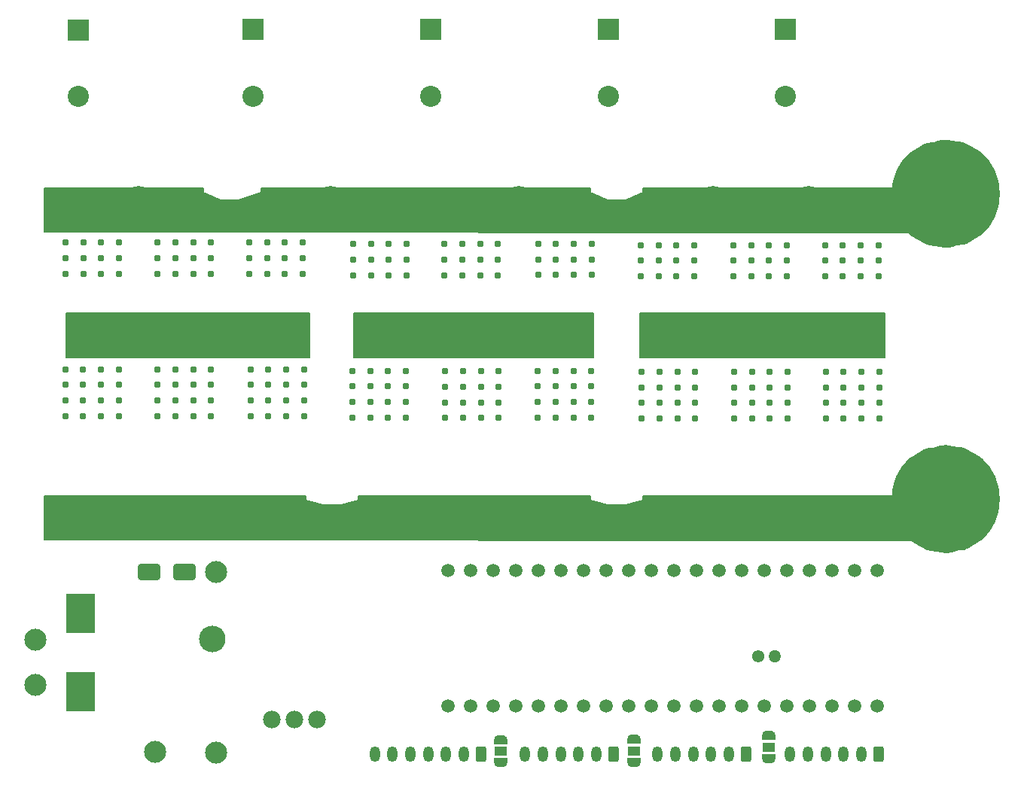
<source format=gbr>
%TF.GenerationSoftware,KiCad,Pcbnew,7.0.1-0*%
%TF.CreationDate,2023-10-26T13:37:29-04:00*%
%TF.ProjectId,MP2_DFN,4d50325f-4446-44e2-9e6b-696361645f70,rev?*%
%TF.SameCoordinates,Original*%
%TF.FileFunction,Soldermask,Bot*%
%TF.FilePolarity,Negative*%
%FSLAX46Y46*%
G04 Gerber Fmt 4.6, Leading zero omitted, Abs format (unit mm)*
G04 Created by KiCad (PCBNEW 7.0.1-0) date 2023-10-26 13:37:29*
%MOMM*%
%LPD*%
G01*
G04 APERTURE LIST*
G04 Aperture macros list*
%AMRoundRect*
0 Rectangle with rounded corners*
0 $1 Rounding radius*
0 $2 $3 $4 $5 $6 $7 $8 $9 X,Y pos of 4 corners*
0 Add a 4 corners polygon primitive as box body*
4,1,4,$2,$3,$4,$5,$6,$7,$8,$9,$2,$3,0*
0 Add four circle primitives for the rounded corners*
1,1,$1+$1,$2,$3*
1,1,$1+$1,$4,$5*
1,1,$1+$1,$6,$7*
1,1,$1+$1,$8,$9*
0 Add four rect primitives between the rounded corners*
20,1,$1+$1,$2,$3,$4,$5,0*
20,1,$1+$1,$4,$5,$6,$7,0*
20,1,$1+$1,$6,$7,$8,$9,0*
20,1,$1+$1,$8,$9,$2,$3,0*%
%AMFreePoly0*
4,1,21,0.540000,-0.740000,0.007966,-0.740000,0.007071,-0.737840,0.000000,-0.734911,-0.069719,-0.734911,-0.203510,-0.695626,-0.320814,-0.620239,-0.412128,-0.514857,-0.470052,-0.388020,-0.490000,-0.249286,-0.490000,0.249286,-0.470052,0.388020,-0.412128,0.514857,-0.320814,0.620239,-0.203510,0.695626,-0.069719,0.734911,0.000000,0.734911,0.007071,0.737840,0.007966,0.740000,0.540000,0.740000,
0.540000,-0.740000,0.540000,-0.740000,$1*%
%AMFreePoly1*
4,1,21,-0.007071,0.737840,0.000000,0.734911,0.069719,0.734911,0.203510,0.695626,0.320814,0.620239,0.412128,0.514857,0.470052,0.388020,0.490000,0.249286,0.490000,-0.249286,0.470052,-0.388020,0.412128,-0.514857,0.320814,-0.620239,0.203510,-0.695626,0.069719,-0.734911,0.000000,-0.734911,-0.007071,-0.737840,-0.007966,-0.740000,-0.540000,-0.740000,-0.540000,0.740000,-0.007966,0.740000,
-0.007071,0.737840,-0.007071,0.737840,$1*%
G04 Aperture macros list end*
%ADD10C,0.150000*%
%ADD11C,5.050000*%
%ADD12C,6.078332*%
%ADD13C,3.180000*%
%ADD14C,0.780000*%
%ADD15RoundRect,0.240000X0.350000X0.625000X-0.350000X0.625000X-0.350000X-0.625000X0.350000X-0.625000X0*%
%ADD16O,1.180000X1.730000*%
%ADD17C,2.980000*%
%ADD18C,1.504000*%
%ADD19C,1.380000*%
%ADD20O,1.380000X1.380000*%
%ADD21C,2.480000*%
%ADD22FreePoly0,90.000000*%
%ADD23R,1.480000X0.980000*%
%ADD24FreePoly1,90.000000*%
%ADD25RoundRect,0.240000X1.000000X0.650000X-1.000000X0.650000X-1.000000X-0.650000X1.000000X-0.650000X0*%
%ADD26R,2.380000X2.380000*%
%ADD27C,2.380000*%
%ADD28C,1.980000*%
%ADD29R,5.980000X3.980000*%
%ADD30RoundRect,0.240000X1.400000X2.000000X-1.400000X2.000000X-1.400000X-2.000000X1.400000X-2.000000X0*%
G04 APERTURE END LIST*
D10*
X120637300Y-70057000D02*
X148182300Y-70057000D01*
X148182300Y-75057000D01*
X120637300Y-75057000D01*
X120637300Y-70057000D01*
G36*
X120637300Y-70057000D02*
G01*
X148182300Y-70057000D01*
X148182300Y-75057000D01*
X120637300Y-75057000D01*
X120637300Y-70057000D01*
G37*
X88430800Y-70057000D02*
X115340800Y-70057000D01*
X115340800Y-75057000D01*
X88430800Y-75057000D01*
X88430800Y-70057000D01*
G36*
X88430800Y-70057000D02*
G01*
X115340800Y-70057000D01*
X115340800Y-75057000D01*
X88430800Y-75057000D01*
X88430800Y-70057000D01*
G37*
X115000000Y-56500000D02*
X117000000Y-57400000D01*
X119000000Y-57400000D01*
X121000000Y-56500000D01*
X121000000Y-56000000D01*
X152000000Y-56000000D01*
X152000000Y-61000000D01*
X53682500Y-60950000D01*
X53682500Y-56060400D01*
X71500000Y-56000000D01*
X71500000Y-56500000D01*
X73500000Y-57400000D01*
X75500000Y-57400000D01*
X78000000Y-56500000D01*
X78000000Y-56000000D01*
X115000000Y-56000000D01*
X115000000Y-56500000D01*
G36*
X115000000Y-56500000D02*
G01*
X117000000Y-57400000D01*
X119000000Y-57400000D01*
X121000000Y-56500000D01*
X121000000Y-56000000D01*
X152000000Y-56000000D01*
X152000000Y-61000000D01*
X53682500Y-60950000D01*
X53682500Y-56060400D01*
X71500000Y-56000000D01*
X71500000Y-56500000D01*
X73500000Y-57400000D01*
X75500000Y-57400000D01*
X78000000Y-56500000D01*
X78000000Y-56000000D01*
X115000000Y-56000000D01*
X115000000Y-56500000D01*
G37*
D11*
X157525000Y-56650000D02*
G75*
G03*
X157525000Y-56650000I-2525000J0D01*
G01*
D12*
X158039166Y-56650000D02*
G75*
G03*
X158039166Y-56650000I-3039166J0D01*
G01*
X158039166Y-91000000D02*
G75*
G03*
X158039166Y-91000000I-3039166J0D01*
G01*
D10*
X114999935Y-91127055D02*
X116999935Y-91627055D01*
X118999935Y-91627055D01*
X120999935Y-91127055D01*
X120999935Y-90627055D01*
X151999935Y-90627055D01*
X151999935Y-95627055D01*
X53682435Y-95577055D01*
X53682435Y-90687455D01*
X82999935Y-90627055D01*
X82999935Y-91127055D01*
X84999935Y-91627055D01*
X86999935Y-91627055D01*
X88999935Y-91127055D01*
X88999935Y-90627055D01*
X114999935Y-90627055D01*
X114999935Y-91127055D01*
G36*
X114999935Y-91127055D02*
G01*
X116999935Y-91627055D01*
X118999935Y-91627055D01*
X120999935Y-91127055D01*
X120999935Y-90627055D01*
X151999935Y-90627055D01*
X151999935Y-95627055D01*
X53682435Y-95577055D01*
X53682435Y-90687455D01*
X82999935Y-90627055D01*
X82999935Y-91127055D01*
X84999935Y-91627055D01*
X86999935Y-91627055D01*
X88999935Y-91127055D01*
X88999935Y-90627055D01*
X114999935Y-90627055D01*
X114999935Y-91127055D01*
G37*
X56147400Y-70057000D02*
X83438400Y-70057000D01*
X83438400Y-75057000D01*
X56147400Y-75057000D01*
X56147400Y-70057000D01*
G36*
X56147400Y-70057000D02*
G01*
X83438400Y-70057000D01*
X83438400Y-75057000D01*
X56147400Y-75057000D01*
X56147400Y-70057000D01*
G37*
D11*
X157525000Y-91000000D02*
G75*
G03*
X157525000Y-91000000I-2525000J0D01*
G01*
D13*
%TO.C,TpGND2*%
X130000000Y-92300000D03*
%TD*%
D14*
%TO.C,QA5*%
X76699000Y-60403300D03*
X76699000Y-62153300D03*
X76699000Y-63903300D03*
X76699000Y-65653300D03*
X78699000Y-60403300D03*
X78699000Y-62153300D03*
X78699000Y-63903300D03*
X78699000Y-65653300D03*
X80699000Y-60403300D03*
X80699000Y-62153300D03*
X80699000Y-63903300D03*
X80699000Y-65653300D03*
X82699000Y-60403300D03*
X82699000Y-62153300D03*
X82699000Y-63903300D03*
X82699000Y-65653300D03*
%TD*%
%TO.C,QB3*%
X98637500Y-60557200D03*
X98637500Y-62307200D03*
X98637500Y-64057200D03*
X98637500Y-65807200D03*
X100637500Y-60557200D03*
X100637500Y-62307200D03*
X100637500Y-64057200D03*
X100637500Y-65807200D03*
X102637500Y-60557200D03*
X102637500Y-62307200D03*
X102637500Y-64057200D03*
X102637500Y-65807200D03*
X104637500Y-60557200D03*
X104637500Y-62307200D03*
X104637500Y-64057200D03*
X104637500Y-65807200D03*
%TD*%
%TO.C,QC1*%
X120726000Y-60677800D03*
X120726000Y-62427800D03*
X120726000Y-64177800D03*
X120726000Y-65927800D03*
X122726000Y-60677800D03*
X122726000Y-62427800D03*
X122726000Y-64177800D03*
X122726000Y-65927800D03*
X124726000Y-60677800D03*
X124726000Y-62427800D03*
X124726000Y-64177800D03*
X124726000Y-65927800D03*
X126726000Y-60677800D03*
X126726000Y-62427800D03*
X126726000Y-64177800D03*
X126726000Y-65927800D03*
%TD*%
%TO.C,QB1*%
X88359300Y-60565000D03*
X88359300Y-62315000D03*
X88359300Y-64065000D03*
X88359300Y-65815000D03*
X90359300Y-60565000D03*
X90359300Y-62315000D03*
X90359300Y-64065000D03*
X90359300Y-65815000D03*
X92359300Y-60565000D03*
X92359300Y-62315000D03*
X92359300Y-64065000D03*
X92359300Y-65815000D03*
X94359300Y-60565000D03*
X94359300Y-62315000D03*
X94359300Y-64065000D03*
X94359300Y-65815000D03*
%TD*%
%TO.C,QC4*%
X131202600Y-76666400D03*
X131202600Y-78416400D03*
X131202600Y-80166400D03*
X131202600Y-81916400D03*
X133202600Y-76666400D03*
X133202600Y-78416400D03*
X133202600Y-80166400D03*
X133202600Y-81916400D03*
X135202600Y-76666400D03*
X135202600Y-78416400D03*
X135202600Y-80166400D03*
X135202600Y-81916400D03*
X137202600Y-76666400D03*
X137202600Y-78416400D03*
X137202600Y-80166400D03*
X137202600Y-81916400D03*
%TD*%
D15*
%TO.C,J4*%
X117700000Y-119700000D03*
D16*
X115700000Y-119700000D03*
X113700000Y-119700000D03*
X111700000Y-119700000D03*
X109700000Y-119700000D03*
X107700000Y-119700000D03*
%TD*%
D17*
%TO.C,TpGND4*%
X72569000Y-106778260D03*
%TD*%
D14*
%TO.C,QA3*%
X66377500Y-60403300D03*
X66377500Y-62153300D03*
X66377500Y-63903300D03*
X66377500Y-65653300D03*
X68377500Y-60403300D03*
X68377500Y-62153300D03*
X68377500Y-63903300D03*
X68377500Y-65653300D03*
X70377500Y-60403300D03*
X70377500Y-62153300D03*
X70377500Y-63903300D03*
X70377500Y-65653300D03*
X72377500Y-60403300D03*
X72377500Y-62153300D03*
X72377500Y-63903300D03*
X72377500Y-65653300D03*
%TD*%
%TO.C,QB4*%
X98724400Y-76626500D03*
X98724400Y-78376500D03*
X98724400Y-80126500D03*
X98724400Y-81876500D03*
X100724400Y-76626500D03*
X100724400Y-78376500D03*
X100724400Y-80126500D03*
X100724400Y-81876500D03*
X102724400Y-76626500D03*
X102724400Y-78376500D03*
X102724400Y-80126500D03*
X102724400Y-81876500D03*
X104724400Y-76626500D03*
X104724400Y-78376500D03*
X104724400Y-80126500D03*
X104724400Y-81876500D03*
%TD*%
D13*
%TO.C,TpGND1*%
X141000000Y-92300000D03*
%TD*%
D15*
%TO.C,J2*%
X132600000Y-119700000D03*
D16*
X130600000Y-119700000D03*
X128600000Y-119700000D03*
X126600000Y-119700000D03*
X124600000Y-119700000D03*
X122600000Y-119700000D03*
%TD*%
D13*
%TO.C,TpVBAT3*%
X107000000Y-57400000D03*
%TD*%
%TO.C,TpVBAT2*%
X139600000Y-57400000D03*
%TD*%
D15*
%TO.C,J1*%
X102800000Y-119700000D03*
D16*
X100800000Y-119700000D03*
X98800000Y-119700000D03*
X96800000Y-119700000D03*
X94800000Y-119700000D03*
X92800000Y-119700000D03*
X90800000Y-119700000D03*
%TD*%
D14*
%TO.C,QC3*%
X131114600Y-60677800D03*
X131114600Y-62427800D03*
X131114600Y-64177800D03*
X131114600Y-65927800D03*
X133114600Y-60677800D03*
X133114600Y-62427800D03*
X133114600Y-64177800D03*
X133114600Y-65927800D03*
X135114600Y-60677800D03*
X135114600Y-62427800D03*
X135114600Y-64177800D03*
X135114600Y-65927800D03*
X137114600Y-60677800D03*
X137114600Y-62427800D03*
X137114600Y-64177800D03*
X137114600Y-65927800D03*
%TD*%
D13*
%TO.C,TpGND3*%
X107500000Y-92300000D03*
%TD*%
%TO.C,TpGND7*%
X97500000Y-92300000D03*
%TD*%
%TO.C,TpVBAT5*%
X128800000Y-57400000D03*
%TD*%
D14*
%TO.C,QC5*%
X141427000Y-60677800D03*
X141427000Y-62427800D03*
X141427000Y-64177800D03*
X141427000Y-65927800D03*
X143427000Y-60677800D03*
X143427000Y-62427800D03*
X143427000Y-64177800D03*
X143427000Y-65927800D03*
X145427000Y-60677800D03*
X145427000Y-62427800D03*
X145427000Y-64177800D03*
X145427000Y-65927800D03*
X147427000Y-60677800D03*
X147427000Y-62427800D03*
X147427000Y-64177800D03*
X147427000Y-65927800D03*
%TD*%
%TO.C,QA2*%
X56003500Y-76405300D03*
X56003500Y-78155300D03*
X56003500Y-79905300D03*
X56003500Y-81655300D03*
X58003500Y-76405300D03*
X58003500Y-78155300D03*
X58003500Y-79905300D03*
X58003500Y-81655300D03*
X60003500Y-76405300D03*
X60003500Y-78155300D03*
X60003500Y-79905300D03*
X60003500Y-81655300D03*
X62003500Y-76405300D03*
X62003500Y-78155300D03*
X62003500Y-79905300D03*
X62003500Y-81655300D03*
%TD*%
D18*
%TO.C,U5*%
X147329000Y-99028000D03*
X144789000Y-99028000D03*
X142249000Y-99028000D03*
X139709000Y-99028000D03*
X137169000Y-99028000D03*
X134629000Y-99028000D03*
X132089000Y-99028000D03*
X129549000Y-99028000D03*
X127009000Y-99028000D03*
X124469000Y-99028000D03*
X121929000Y-99028000D03*
X119389000Y-99028000D03*
X116849000Y-99028000D03*
X114309000Y-99028000D03*
X111769000Y-99028000D03*
X109229000Y-99028000D03*
X106689000Y-99028000D03*
X104149000Y-99028000D03*
X101609000Y-99028000D03*
X99069000Y-99028000D03*
X99069000Y-114268000D03*
X101609000Y-114268000D03*
X104149000Y-114268000D03*
X106689000Y-114268000D03*
X109229000Y-114268000D03*
X111769000Y-114268000D03*
X114285395Y-114277993D03*
X116849000Y-114268000D03*
X119389000Y-114268000D03*
X121929000Y-114268000D03*
X124469000Y-114268000D03*
X127009000Y-114268000D03*
X129549000Y-114268000D03*
X132089000Y-114268000D03*
X134629000Y-114268000D03*
X137169000Y-114268000D03*
X139709000Y-114268000D03*
X142249000Y-114268000D03*
X144789000Y-114268000D03*
X147329000Y-114268000D03*
%TD*%
D13*
%TO.C,TpGND6*%
X75500000Y-92300000D03*
%TD*%
%TO.C,TpVBAT1*%
X85852000Y-57404000D03*
%TD*%
D19*
%TO.C,NTC1*%
X133914000Y-108678260D03*
D20*
X135814000Y-108678260D03*
%TD*%
D14*
%TO.C,QA4*%
X66377500Y-76405300D03*
X66377500Y-78155300D03*
X66377500Y-79905300D03*
X66377500Y-81655300D03*
X68377500Y-76405300D03*
X68377500Y-78155300D03*
X68377500Y-79905300D03*
X68377500Y-81655300D03*
X70377500Y-76405300D03*
X70377500Y-78155300D03*
X70377500Y-79905300D03*
X70377500Y-81655300D03*
X72377500Y-76405300D03*
X72377500Y-78155300D03*
X72377500Y-79905300D03*
X72377500Y-81655300D03*
%TD*%
%TO.C,QB5*%
X109175600Y-60541400D03*
X109175600Y-62291400D03*
X109175600Y-64041400D03*
X109175600Y-65791400D03*
X111175600Y-60541400D03*
X111175600Y-62291400D03*
X111175600Y-64041400D03*
X111175600Y-65791400D03*
X113175600Y-60541400D03*
X113175600Y-62291400D03*
X113175600Y-64041400D03*
X113175600Y-65791400D03*
X115175600Y-60541400D03*
X115175600Y-62291400D03*
X115175600Y-64041400D03*
X115175600Y-65791400D03*
%TD*%
D13*
%TO.C,TpGND5*%
X65500000Y-92300000D03*
%TD*%
D14*
%TO.C,QB6*%
X109133700Y-76567000D03*
X109133700Y-78317000D03*
X109133700Y-80067000D03*
X109133700Y-81817000D03*
X111133700Y-76567000D03*
X111133700Y-78317000D03*
X111133700Y-80067000D03*
X111133700Y-81817000D03*
X113133700Y-76567000D03*
X113133700Y-78317000D03*
X113133700Y-80067000D03*
X113133700Y-81817000D03*
X115133700Y-76567000D03*
X115133700Y-78317000D03*
X115133700Y-80067000D03*
X115133700Y-81817000D03*
%TD*%
%TO.C,QA6*%
X76831500Y-76405300D03*
X76831500Y-78155300D03*
X76831500Y-79905300D03*
X76831500Y-81655300D03*
X78831500Y-76405300D03*
X78831500Y-78155300D03*
X78831500Y-79905300D03*
X78831500Y-81655300D03*
X80831500Y-76405300D03*
X80831500Y-78155300D03*
X80831500Y-79905300D03*
X80831500Y-81655300D03*
X82831500Y-76405300D03*
X82831500Y-78155300D03*
X82831500Y-79905300D03*
X82831500Y-81655300D03*
%TD*%
%TO.C,QA1*%
X56025000Y-60400000D03*
X56025000Y-62150000D03*
X56025000Y-63900000D03*
X56025000Y-65650000D03*
X58025000Y-60400000D03*
X58025000Y-62150000D03*
X58025000Y-63900000D03*
X58025000Y-65650000D03*
X60025000Y-60400000D03*
X60025000Y-62150000D03*
X60025000Y-63900000D03*
X60025000Y-65650000D03*
X62025000Y-60400000D03*
X62025000Y-62150000D03*
X62025000Y-63900000D03*
X62025000Y-65650000D03*
%TD*%
%TO.C,QB2*%
X88296800Y-76567000D03*
X88296800Y-78317000D03*
X88296800Y-80067000D03*
X88296800Y-81817000D03*
X90296800Y-76567000D03*
X90296800Y-78317000D03*
X90296800Y-80067000D03*
X90296800Y-81817000D03*
X92296800Y-76567000D03*
X92296800Y-78317000D03*
X92296800Y-80067000D03*
X92296800Y-81817000D03*
X94296800Y-76567000D03*
X94296800Y-78317000D03*
X94296800Y-80067000D03*
X94296800Y-81817000D03*
%TD*%
%TO.C,QC2*%
X120825800Y-76666400D03*
X120825800Y-78416400D03*
X120825800Y-80166400D03*
X120825800Y-81916400D03*
X122825800Y-76666400D03*
X122825800Y-78416400D03*
X122825800Y-80166400D03*
X122825800Y-81916400D03*
X124825800Y-76666400D03*
X124825800Y-78416400D03*
X124825800Y-80166400D03*
X124825800Y-81916400D03*
X126825800Y-76666400D03*
X126825800Y-78416400D03*
X126825800Y-80166400D03*
X126825800Y-81916400D03*
%TD*%
D15*
%TO.C,J3*%
X147500000Y-119700000D03*
D16*
X145500000Y-119700000D03*
X143500000Y-119700000D03*
X141500000Y-119700000D03*
X139500000Y-119700000D03*
X137500000Y-119700000D03*
%TD*%
D13*
%TO.C,TpVBAT4*%
X64200000Y-57404000D03*
%TD*%
D14*
%TO.C,QC6*%
X141508000Y-76666400D03*
X141508000Y-78416400D03*
X141508000Y-80166400D03*
X141508000Y-81916400D03*
X143508000Y-76666400D03*
X143508000Y-78416400D03*
X143508000Y-80166400D03*
X143508000Y-81916400D03*
X145508000Y-76666400D03*
X145508000Y-78416400D03*
X145508000Y-80166400D03*
X145508000Y-81916400D03*
X147508000Y-76666400D03*
X147508000Y-78416400D03*
X147508000Y-80166400D03*
X147508000Y-81916400D03*
%TD*%
D21*
%TO.C,Tp12V1*%
X66100000Y-119400000D03*
%TD*%
D22*
%TO.C,JP1*%
X135100000Y-120200000D03*
D23*
X135100000Y-118900000D03*
D24*
X135100000Y-117600000D03*
%TD*%
D21*
%TO.C,U6*%
X52640000Y-106860000D03*
X52640000Y-111940000D03*
X72960000Y-119560000D03*
X72960000Y-99240000D03*
%TD*%
D25*
%TO.C,D10*%
X69400000Y-99200000D03*
X65400000Y-99200000D03*
%TD*%
D26*
%TO.C,CR2*%
X77125000Y-38172220D03*
D27*
X77125000Y-45672220D03*
%TD*%
D28*
%TO.C,U7*%
X79200000Y-115800000D03*
X81740000Y-115800000D03*
X84280000Y-115800000D03*
%TD*%
D29*
%TO.C,PHA_1*%
X60000000Y-72500000D03*
%TD*%
%TO.C,PHB_2*%
X112000000Y-72500000D03*
%TD*%
D26*
%TO.C,CR4*%
X117075000Y-38172220D03*
D27*
X117075000Y-45672220D03*
%TD*%
D29*
%TO.C,PHC_2*%
X144000000Y-72500000D03*
%TD*%
%TO.C,PHC_1*%
X124000000Y-72500000D03*
%TD*%
D22*
%TO.C,JP3*%
X119950000Y-120625000D03*
D23*
X119950000Y-119325000D03*
D24*
X119950000Y-118025000D03*
%TD*%
D29*
%TO.C,PHB_1*%
X92000000Y-72500000D03*
%TD*%
%TO.C,PHA_2*%
X80000000Y-72500000D03*
%TD*%
D26*
%TO.C,CR5*%
X136925000Y-38172220D03*
D27*
X136925000Y-45672220D03*
%TD*%
D26*
%TO.C,CR1*%
X57500000Y-38225000D03*
D27*
X57500000Y-45725000D03*
%TD*%
D30*
%TO.C,D8*%
X57725000Y-103850000D03*
X57725000Y-112650000D03*
%TD*%
D26*
%TO.C,CR3*%
X97050000Y-38172220D03*
D27*
X97050000Y-45672220D03*
%TD*%
D22*
%TO.C,JP2*%
X104975000Y-120650000D03*
D23*
X104975000Y-119350000D03*
D24*
X104975000Y-118050000D03*
%TD*%
M02*

</source>
